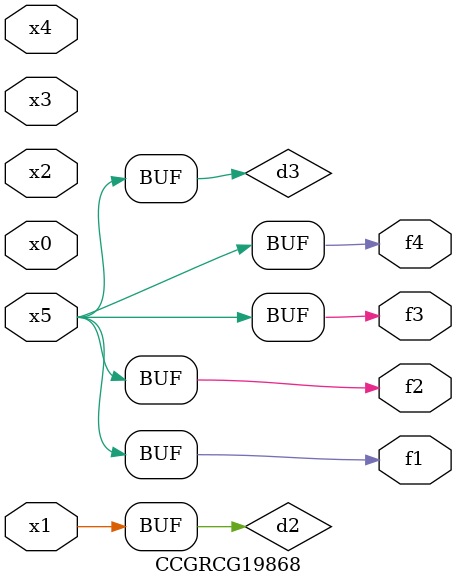
<source format=v>
module CCGRCG19868(
	input x0, x1, x2, x3, x4, x5,
	output f1, f2, f3, f4
);

	wire d1, d2, d3;

	not (d1, x5);
	or (d2, x1);
	xnor (d3, d1);
	assign f1 = d3;
	assign f2 = d3;
	assign f3 = d3;
	assign f4 = d3;
endmodule

</source>
